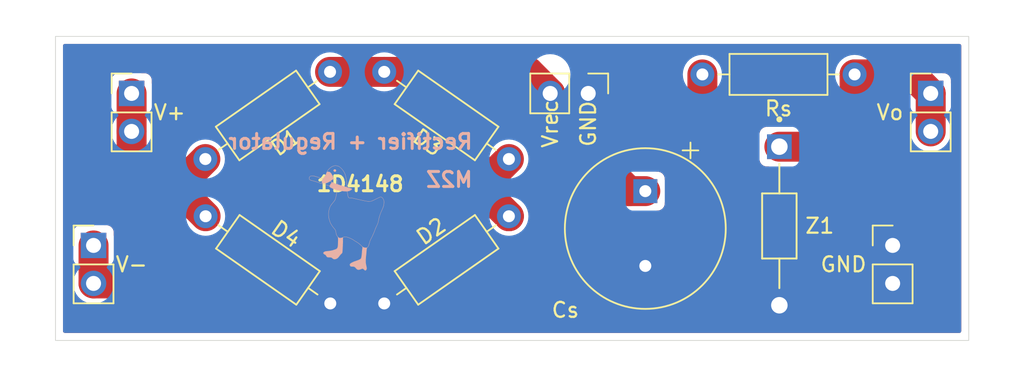
<source format=kicad_pcb>
(kicad_pcb (version 20240108) (generator "pcbnew") (generator_version "8.0")
  (layers (0 "F.Cu" signal) (31 "B.Cu" signal) (34 "B.Paste" user) (35 "F.Paste" user) (36 "B.SilkS" user "B.Silkscreen") (37 "F.SilkS" user "F.Silkscreen") (38 "B.Mask" user) (39 "F.Mask" user) (44 "Edge.Cuts" user))
  (net 0 "")
  (net 1 "/V+")
  (net 2 "/Vrec")
  (net 3 "/V-")
  (net 4 "/GND")
  (net 5 "/Vo")
  (footprint "Resistor_THT:R_Axial_DIN0207_L6.3mm_D2.5mm_P10.16mm_Horizontal" (layer "F.Cu") (at 40.499994 62.82025 -35)
    (property "Reference" "D4" (at 5.08 -2.104206 145) (layer "F.SilkS"))
    (property "Value" "1N4148")
    (pad "1" thru_hole circle (at 0 0 325) (size 1.6 1.6) (drill 0.8) (layers "*.Cu" "*.Mask") (net 1 "/V+"))
    (pad "2" thru_hole oval (at 10.16 0 325) (size 1.6 1.6) (drill 0.8) (layers "*.Cu" "*.Mask") (net 4 "/GND"))
  )
  (footprint "Resistor_THT:R_Axial_DIN0207_L6.3mm_D2.5mm_P10.16mm_Horizontal" (layer "F.Cu") (at 60.744695 62.820249 -145)
    (property "Reference" "D2" (at 4.822903 2.155261 35) (layer "F.SilkS"))
    (property "Value" "1N4148")
    (pad "1" thru_hole circle (at 0 0 215) (size 1.6 1.6) (drill 0.8) (layers "*.Cu" "*.Mask") (net 3 "/V-"))
    (pad "2" thru_hole oval (at 10.16 0 215) (size 1.6 1.6) (drill 0.8) (layers "*.Cu" "*.Mask") (net 4 "/GND"))
  )
  (footprint "Connector_PinHeader_2.54mm:PinHeader_1x02_P2.54mm_Vertical" (layer "F.Cu") (at 66.04 54.61 -90)
    (property "Reference" "J5" (hide yes))
    (property "Value" "Conn_01x02_Pin")
    (pad "1" thru_hole rect (at 0 0 270) (size 1.7 1.7) (drill 1) (layers "*.Cu" "*.Mask") (net 4 "/GND"))
    (pad "2" thru_hole oval (at 0 2.54 270) (size 1.7 1.7) (drill 1) (layers "*.Cu" "*.Mask") (net 2 "/Vrec"))
  )
  (footprint "Connector_PinHeader_2.54mm:PinHeader_1x02_P2.54mm_Vertical" (layer "F.Cu") (at 33.02 64.77)
    (property "Reference" "J2" (hide yes))
    (property "Value" "Conn_01x02_Pin")
    (pad "1" thru_hole rect (at 0 0) (size 1.7 1.7) (drill 1) (layers "*.Cu" "*.Mask") (net 3 "/V-"))
    (pad "2" thru_hole oval (at 0 2.54) (size 1.7 1.7) (drill 1) (layers "*.Cu" "*.Mask") (net 3 "/V-"))
  )
  (footprint "Connector_PinHeader_2.54mm:PinHeader_1x02_P2.54mm_Vertical" (layer "F.Cu") (at 88.9 54.61)
    (property "Reference" "J3" (hide yes))
    (property "Value" "Conn_01x02_Pin")
    (pad "1" thru_hole rect (at 0 0) (size 1.7 1.7) (drill 1) (layers "*.Cu" "*.Mask") (net 5 "/Vo"))
    (pad "2" thru_hole oval (at 0 2.54) (size 1.7 1.7) (drill 1) (layers "*.Cu" "*.Mask") (net 5 "/Vo"))
  )
  (footprint "Resistor_THT:R_Axial_DIN0207_L6.3mm_D2.5mm_P10.16mm_Horizontal" (layer "F.Cu") (at 52.422111 53.168249 -35)
    (property "Reference" "D3" (at 5.080001 2.20632 145) (layer "F.SilkS"))
    (property "Value" "1N4148")
    (pad "1" thru_hole circle (at 0 0 325) (size 1.6 1.6) (drill 0.8) (layers "*.Cu" "*.Mask") (net 2 "/Vrec"))
    (pad "2" thru_hole oval (at 10.16 0 325) (size 1.6 1.6) (drill 0.8) (layers "*.Cu" "*.Mask") (net 3 "/V-"))
  )
  (footprint "Connector_PinHeader_2.54mm:PinHeader_1x02_P2.54mm_Vertical" (layer "F.Cu") (at 35.56 54.61)
    (property "Reference" "J1" (hide yes))
    (property "Value" "Conn_01x02_Pin")
    (pad "1" thru_hole rect (at 0 0) (size 1.7 1.7) (drill 1) (layers "*.Cu" "*.Mask") (net 1 "/V+"))
    (pad "2" thru_hole oval (at 0 2.54) (size 1.7 1.7) (drill 1) (layers "*.Cu" "*.Mask") (net 1 "/V+"))
  )
  (footprint "Capacitor_THT:CP_Radial_Tantal_D10.5mm_P5.00mm" (layer "F.Cu") (at 69.85 61.141067 -90)
    (property "Reference" "C1" (hide yes))
    (property "Value" "C_Small")
    (pad "1" thru_hole rect (at 0 0 270) (size 1.6 1.6) (drill 0.8) (layers "*.Cu" "*.Mask") (net 2 "/Vrec"))
    (pad "2" thru_hole circle (at 5 0 270) (size 1.6 1.6) (drill 0.8) (layers "*.Cu" "*.Mask") (net 4 "/GND"))
  )
  (footprint "Resistor_THT:R_Axial_DIN0207_L6.3mm_D2.5mm_P10.16mm_Horizontal" (layer "F.Cu") (at 73.66 53.34)
    (property "Reference" "R1" (hide yes))
    (property "Value" "R_Small_US")
    (pad "1" thru_hole circle (at 0 0) (size 1.6 1.6) (drill 0.8) (layers "*.Cu" "*.Mask") (net 2 "/Vrec"))
    (pad "2" thru_hole oval (at 10.16 0) (size 1.6 1.6) (drill 0.8) (layers "*.Cu" "*.Mask") (net 5 "/Vo"))
  )
  (footprint "1N4742A_TR:DIOAD1060W70L435D230" (layer "F.Cu") (at 78.797659 63.469755 -90)
    (property "Reference" "Z1" (at -0.007619 -2.693796 180) (layer "F.SilkS"))
    (property "Value" "1N4742A")
    (pad "A" thru_hole circle (at 5.3 0 270) (size 1.65 1.65) (drill 1.1) (layers "*.Cu" "*.Mask") (net 4 "/GND"))
    (pad "C" thru_hole rect (at -5.3 0 270) (size 1.65 1.65) (drill 1.1) (layers "*.Cu" "*.Mask") (net 5 "/Vo"))
  )
  (footprint "Resistor_THT:R_Axial_DIN0207_L6.3mm_D2.5mm_P10.16mm_Horizontal" (layer "F.Cu") (at 48.806695 53.168249 -145)
    (property "Reference" "D1" (at 5.131057 -2.155261 35) (layer "F.SilkS"))
    (property "Value" "1N4148")
    (pad "1" thru_hole circle (at 0 0 215) (size 1.6 1.6) (drill 0.8) (layers "*.Cu" "*.Mask") (net 2 "/Vrec"))
    (pad "2" thru_hole oval (at 10.16 0 215) (size 1.6 1.6) (drill 0.8) (layers "*.Cu" "*.Mask") (net 1 "/V+"))
  )
  (footprint "Connector_PinHeader_2.54mm:PinHeader_1x02_P2.54mm_Vertical" (layer "F.Cu") (at 86.36 64.77)
    (property "Reference" "J4" (hide yes))
    (property "Value" "Conn_01x02_Pin")
    (pad "1" thru_hole rect (at 0 0) (size 1.7 1.7) (drill 1) (layers "*.Cu" "*.Mask") (net 4 "/GND"))
    (pad "2" thru_hole oval (at 0 2.54) (size 1.7 1.7) (drill 1) (layers "*.Cu" "*.Mask") (net 4 "/GND"))
  )
  (footprint "graphics:duck" (layer "B.Cu") (at 49.853933 62.931988 180)
    (property "Reference" "G***" (hide yes))
    (property "Value" "LOGO" (hide yes))
  )
  (gr_rect (start 30.48 50.8) (end 91.44 71.12) (stroke (width 0.05)) (fill none) (layer "Edge.Cuts"))
  (gr_text "M2Z" (at 58.42 60.96 0) (layer "B.SilkS") (effects (font (size 1 1) (thickness 0.2) (bold yes)) (justify left bottom mirror)))
  (gr_text "Rectifier + Regulator" (at 58.42 58.42 0) (layer "B.SilkS") (effects (font (size 1 1) (thickness 0.2) (bold yes)) (justify left bottom mirror)))
  (gr_text "GND" (at 83.079552 66.04 0) (layer "F.SilkS") (effects (font (size 1 1))))
  (gr_text "V+" (at 38.1 55.88 0) (layer "F.SilkS") (effects (font (size 1 1))))
  (gr_text "V-" (at 35.56 66.04 0) (layer "F.SilkS") (effects (font (size 1 1))))
  (gr_text "Rs" (at 78.74 55.626 0) (layer "F.SilkS") (effects (font (size 1 1))))
  (gr_text "Vo" (at 86.180164 55.88 0) (layer "F.SilkS") (effects (font (size 1 1))))
  (gr_text "Cs" (at 64.516 69.088 0) (layer "F.SilkS") (effects (font (size 1 1))))
  (gr_text "Vrec" (at 63.5 56.642 90) (layer "F.SilkS") (effects (font (size 1 1))))
  (gr_text "1D4148" (at 47.803287 61.250859 0) (layer "F.SilkS") (effects (font (size 1 1) (thickness 0.2) (bold yes)) (justify left bottom)))
  (gr_text "GND" (at 66.04 56.642 90) (layer "F.SilkS") (effects (font (size 1 1))))
  (segment (start 38.519896 60.96) (end 38.639744 60.96) (width 2) (layer "F.Cu") (net 1))
  (segment (start 35.56 59.69) (end 36.83 60.96) (width 2) (layer "F.Cu") (net 1))
  (segment (start 35.56 57.15) (end 35.56 59.69) (width 2) (layer "F.Cu") (net 1))
  (segment (start 35.56 54.61) (end 35.56 57.15) (width 2) (layer "F.Cu") (net 1))
  (segment (start 38.639744 60.96) (end 40.499994 62.82025) (width 2) (layer "F.Cu") (net 1))
  (segment (start 38.519896 60.96) (end 40.48411 58.995786) (width 2) (layer "F.Cu") (net 1))
  (segment (start 36.83 60.96) (end 38.639744 60.96) (width 2) (layer "F.Cu") (net 1))
  (segment (start 63.5 54.61) (end 63.5 55.88) (width 2) (layer "F.Cu") (net 2))
  (segment (start 72.39 57.15) (end 73.66 55.88) (width 2) (layer "F.Cu") (net 2))
  (segment (start 68.761067 61.141067) (end 64.77 57.15) (width 2) (layer "F.Cu") (net 2))
  (segment (start 52.422111 53.168249) (end 62.058249 53.168249) (width 2) (layer "F.Cu") (net 2))
  (segment (start 63.5 55.88) (end 64.77 57.15) (width 2) (layer "F.Cu") (net 2))
  (segment (start 69.85 61.141067) (end 68.761067 61.141067) (width 2) (layer "F.Cu") (net 2))
  (segment (start 64.77 57.15) (end 72.39 57.15) (width 2) (layer "F.Cu") (net 2))
  (segment (start 62.058249 53.168249) (end 63.5 54.61) (width 2) (layer "F.Cu") (net 2))
  (segment (start 48.806695 53.168249) (end 52.422111 53.168249) (width 2) (layer "F.Cu") (net 2))
  (segment (start 73.66 55.88) (end 73.66 53.34) (width 2) (layer "F.Cu") (net 2))
  (segment (start 60.744696 62.820248) (end 60.744695 62.820249) (width 2) (layer "F.Cu") (net 3))
  (segment (start 33.02 64.77) (end 33.02 67.31) (width 2) (layer "F.Cu") (net 3))
  (segment (start 58.780482 60.96) (end 60.744696 58.995786) (width 2) (layer "F.Cu") (net 3))
  (segment (start 33.02 67.31) (end 43.18 67.31) (width 2) (layer "F.Cu") (net 3))
  (segment (start 58.884446 60.96) (end 58.42 60.96) (width 2) (layer "F.Cu") (net 3))
  (segment (start 43.18 67.31) (end 49.53 60.96) (width 2) (layer "F.Cu") (net 3))
  (segment (start 49.53 60.96) (end 58.42 60.96) (width 2) (layer "F.Cu") (net 3))
  (segment (start 60.744695 62.820249) (end 58.884446 60.96) (width 2) (layer "F.Cu") (net 3))
  (segment (start 58.42 60.96) (end 58.780482 60.96) (width 2) (layer "F.Cu") (net 3))
  (segment (start 67.377786 68.647786) (end 67.499755 68.769755) (width 2) (layer "F.Cu") (net 4))
  (segment (start 86.36 67.31) (end 84.900245 68.769755) (width 2) (layer "F.Cu") (net 4))
  (segment (start 84.900245 68.769755) (end 78.797659 68.769755) (width 2) (layer "F.Cu") (net 4))
  (segment (start 67.31 68.647786) (end 67.431969 68.769755) (width 2) (layer "F.Cu") (net 4))
  (segment (start 69.748933 66.141067) (end 67.31 68.58) (width 2) (layer "F.Cu") (net 4))
  (segment (start 52.422109 68.647787) (end 52.42211 68.647786) (width 2) (layer "F.Cu") (net 4))
  (segment (start 86.36 64.77) (end 86.36 67.31) (width 2) (layer "F.Cu") (net 4))
  (segment (start 67.31 68.58) (end 67.499755 68.769755) (width 2) (layer "F.Cu") (net 4))
  (segment (start 52.42211 68.647786) (end 67.377786 68.647786) (width 2) (layer "F.Cu") (net 4))
  (segment (start 48.822579 68.647787) (end 52.422109 68.647787) (width 2) (layer "F.Cu") (net 4))
  (segment (start 69.85 66.141067) (end 69.748933 66.141067) (width 2) (layer "F.Cu") (net 4))
  (segment (start 67.431969 68.769755) (end 78.797659 68.769755) (width 2) (layer "F.Cu") (net 4))
  (segment (start 83.82 53.34) (end 87.63 53.34) (width 2) (layer "F.Cu") (net 5))
  (segment (start 83.82 55.88) (end 83.82 53.34) (width 2) (layer "F.Cu") (net 5))
  (segment (start 88.9 54.61) (end 88.9 57.15) (width 2) (layer "F.Cu") (net 5))
  (segment (start 78.797659 58.169755) (end 81.530245 58.169755) (width 2) (layer "F.Cu") (net 5))
  (segment (start 87.63 53.34) (end 88.9 54.61) (width 2) (layer "F.Cu") (net 5))
  (segment (start 81.530245 58.169755) (end 83.82 55.88) (width 2) (layer "F.Cu") (net 5))
  (zone (net 4) (net_name "/GND") (layers "F&B.Cu") (connect_pads yes (clearance 0.5)) (min_thickness 0.25) (fill yes (thermal_gap 0.5) (thermal_bridge_width 0.5))
    (polygon (pts (xy 30.48 50.8) (xy 91.44 50.8) (xy 91.44 71.12) (xy 30.48 71.12)))
  )
)
</source>
